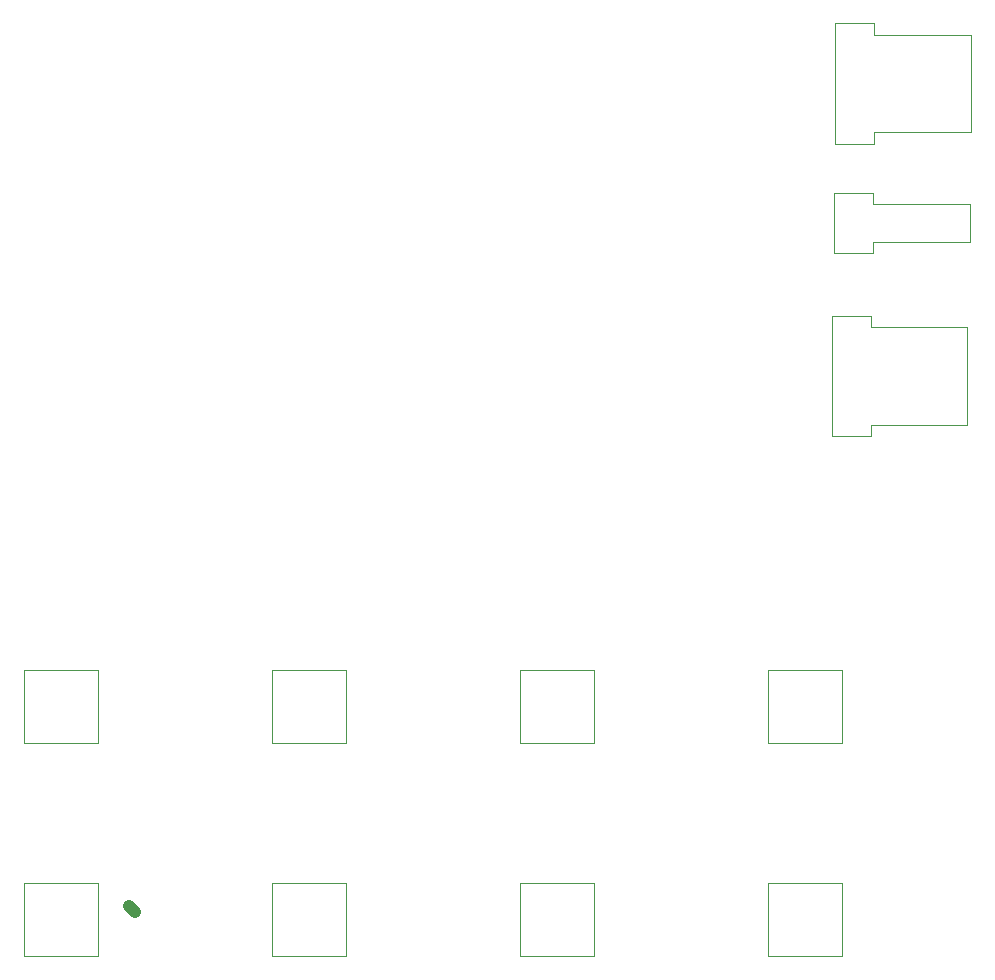
<source format=gbr>
%TF.GenerationSoftware,Altium Limited,Altium Designer,21.6.4 (81)*%
G04 Layer_Color=8388736*
%FSLAX43Y43*%
%MOMM*%
%TF.SameCoordinates,6460C9BA-4ACB-47D4-91E6-0B69D92CFE26*%
%TF.FilePolarity,Positive*%
%TF.FileFunction,Other,Top_Component_Outline*%
%TF.Part,Single*%
G01*
G75*
%TA.AperFunction,NonConductor*%
%ADD49C,0.100*%
%ADD50C,1.000*%
D49*
X84475Y65535D02*
X87775D01*
X84475Y60415D02*
Y65535D01*
Y60415D02*
X87775D01*
X95975Y61385D02*
Y64565D01*
X87775Y60415D02*
Y61385D01*
Y64565D02*
Y65535D01*
Y61385D02*
X95975D01*
X87775Y64565D02*
X95975D01*
X84250Y55100D02*
X87550D01*
X84250Y44900D02*
Y55100D01*
Y44900D02*
X87550D01*
X95750Y45870D02*
Y54130D01*
X87550Y44900D02*
Y45870D01*
Y54130D02*
Y55100D01*
Y45870D02*
X95750D01*
X87550Y54130D02*
X95750D01*
X84575Y79875D02*
X87875D01*
X84575Y69675D02*
Y79875D01*
Y69675D02*
X87875D01*
X96075Y70645D02*
Y78905D01*
X87875Y69675D02*
Y70645D01*
Y78905D02*
Y79875D01*
Y70645D02*
X96075D01*
X87875Y78905D02*
X96075D01*
X15900Y900D02*
Y7100D01*
X22100Y900D02*
Y7100D01*
X15900Y900D02*
X22100D01*
X15900Y7100D02*
X22100D01*
X78900D02*
X85100D01*
X78900Y900D02*
X85100D01*
Y7100D01*
X78900Y900D02*
Y7100D01*
X36900D02*
X43100D01*
X36900Y900D02*
X43100D01*
Y7100D01*
X36900Y900D02*
Y7100D01*
X57900D02*
X64100D01*
X57900Y900D02*
X64100D01*
Y7100D01*
X57900Y900D02*
Y7100D01*
X78900Y18900D02*
X85100D01*
X78900Y25100D02*
X85100D01*
X78900Y18900D02*
Y25100D01*
X85100Y18900D02*
Y25100D01*
X57900Y18900D02*
X64100D01*
X57900Y25100D02*
X64100D01*
X57900Y18900D02*
Y25100D01*
X64100Y18900D02*
Y25100D01*
X36900Y18900D02*
X43100D01*
X36900Y25100D02*
X43100D01*
X36900Y18900D02*
Y25100D01*
X43100Y18900D02*
Y25100D01*
X15900Y18900D02*
X22100D01*
X15900Y25100D02*
X22100D01*
X15900Y18900D02*
Y25100D01*
X22100Y18900D02*
Y25100D01*
D50*
X24748Y5153D02*
X25252Y4648D01*
%TF.MD5,71778f46b6ea02111273ae831f7c3a0b*%
M02*

</source>
